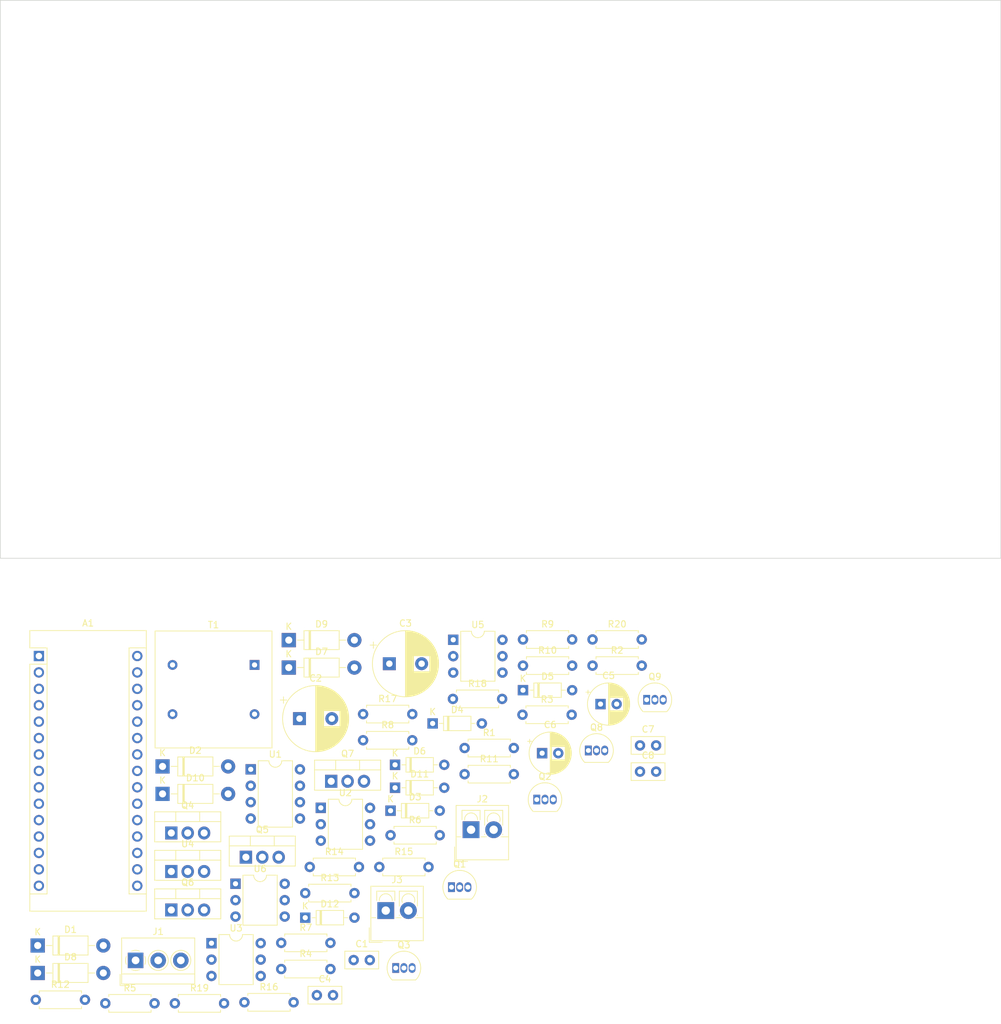
<source format=kicad_pcb>
(kicad_pcb (version 20211014) (generator pcbnew)
  (title_block (title "Puente_H_Fuente_AT_PCB") (date "2023-06-04") (rev "v1") (company "FaCENA-UNNE") (comment 1 "Tesis MIB: García Cabrera, Jeremías A.") (comment 2 "Dispositivo para relevamiento de umbrales de sensibilidad tactil"))
  (layers (0 "F.Cu" signal) (31 "B.Cu" signal) (34 "B.Paste" user) (35 "F.Paste" user) (36 "B.SilkS" user "B.Silkscreen") (37 "F.SilkS" user "F.Silkscreen") (38 "B.Mask" user) (39 "F.Mask" user) (44 "Edge.Cuts" user))
  (net 0 "")
  (net 4 "GND")
  (net 5 "/Puente_A")
  (net 6 "/Puente_B")
  (net 27 "+5V")
  (net 30 "Net-(C1-Pad1)")
  (net 31 "/+300v")
  (net 32 "/-300v")
  (net 33 "Net-(C4-Pad1)")
  (net 34 "Net-(C5-Pad1)")
  (net 35 "Net-(C5-Pad2)")
  (net 36 "/+24v")
  (net 37 "+12V")
  (net 38 "/+5v")
  (net 39 "/SECout")
  (net 40 "Net-(D5-Pad1)")
  (net 41 "Net-(D6-Pad1)")
  (net 42 "Net-(D6-Pad2)")
  (net 43 "Net-(D10-Pad1)")
  (net 44 "Net-(D11-Pad1)")
  (net 45 "Net-(D12-Pad1)")
  (net 46 "Net-(Q1-Pad1)")
  (net 47 "Net-(Q1-Pad2)")
  (net 48 "Net-(Q2-Pad1)")
  (net 49 "Net-(Q2-Pad2)")
  (net 50 "Net-(Q3-Pad2)")
  (net 51 "Net-(Q8-Pad1)")
  (net 52 "Net-(Q8-Pad2)")
  (net 53 "Net-(Q9-Pad1)")
  (net 54 "Net-(Q9-Pad2)")
  (net 55 "Net-(R1-Pad1)")
  (net 56 "Net-(R5-Pad2)")
  (net 57 "Net-(R6-Pad1)")
  (net 58 "Net-(R7-Pad1)")
  (net 59 "Net-(R9-Pad1)")
  (net 60 "Net-(R10-Pad1)")
  (net 61 "Net-(R15-Pad1)")
  (net 62 "Net-(R16-Pad1)")
  (net 63 "Net-(R17-Pad2)")
  (net 64 "Net-(R18-Pad2)")
  (footprint "Diode_THT:D_DO-35_SOD27_P7.62mm_Horizontal" (layer "F.Cu") (at 94.89 139.87)
    (fp_text reference "D4" (at 3.81 -2.12) (layer "F.SilkS"))
    (fp_text value "1N4148")
    (fp_text user "K" (at 0 -1.8) (layer "F.SilkS"))
    (pad "1" thru_hole rect (at 0 0) (size 1.6 1.6) (drill 0.8) (layers *.Cu *.Mask) (net 36 "/+24v"))
    (pad "2" thru_hole oval (at 7.62 0) (size 1.6 1.6) (drill 0.8) (layers *.Cu *.Mask) (net 34 "Net-(C5-Pad1)"))
  )
  (footprint "Resistor_THT:R_Axial_DIN0207_L6.3mm_D2.5mm_P7.62mm_Horizontal" (layer "F.Cu") (at 99.84 147.72)
    (fp_text reference "R11" (at 3.81 -2.37) (layer "F.SilkS"))
    (fp_text value "R")
    (pad "1" thru_hole circle (at 0 0) (size 1.6 1.6) (drill 0.8) (layers *.Cu *.Mask) (net 40 "Net-(D5-Pad1)"))
    (pad "2" thru_hole oval (at 7.62 0) (size 1.6 1.6) (drill 0.8) (layers *.Cu *.Mask) (net 4 "GND"))
  )
  (footprint "Resistor_THT:R_Axial_DIN0207_L6.3mm_D2.5mm_P7.62mm_Horizontal" (layer "F.Cu") (at 88.37 157.17)
    (fp_text reference "R6" (at 3.81 -2.37) (layer "F.SilkS"))
    (fp_text value "R")
    (pad "1" thru_hole circle (at 0 0) (size 1.6 1.6) (drill 0.8) (layers *.Cu *.Mask) (net 57 "Net-(R6-Pad1)"))
    (pad "2" thru_hole oval (at 7.62 0) (size 1.6 1.6) (drill 0.8) (layers *.Cu *.Mask) (net 46 "Net-(Q1-Pad1)"))
  )
  (footprint "Diode_THT:D_DO-35_SOD27_P7.62mm_Horizontal" (layer "F.Cu") (at 89.07 146.27)
    (fp_text reference "D6" (at 3.81 -2.12) (layer "F.SilkS"))
    (fp_text value "1N53xxB")
    (fp_text user "K" (at 0 -1.8) (layer "F.SilkS"))
    (pad "1" thru_hole rect (at 0 0) (size 1.6 1.6) (drill 0.8) (layers *.Cu *.Mask) (net 41 "Net-(D6-Pad1)"))
    (pad "2" thru_hole oval (at 7.62 0) (size 1.6 1.6) (drill 0.8) (layers *.Cu *.Mask) (net 42 "Net-(D6-Pad2)"))
  )
  (footprint "Package_DIP:DIP-6_W7.62mm" (layer "F.Cu") (at 60.64 173.88)
    (fp_text reference "U3" (at 3.81 -2.33) (layer "F.SilkS"))
    (fp_text value "4N27")
    (pad "1" thru_hole rect (at 0 0) (size 1.6 1.6) (drill 0.8) (layers *.Cu *.Mask) (net 27 "+5V"))
    (pad "2" thru_hole oval (at 0 2.54) (size 1.6 1.6) (drill 0.8) (layers *.Cu *.Mask) (net 58 "Net-(R7-Pad1)"))
    (pad "3" thru_hole oval (at 0 5.08) (size 1.6 1.6) (drill 0.8) (layers *.Cu *.Mask))
    (pad "4" thru_hole oval (at 7.62 5.08) (size 1.6 1.6) (drill 0.8) (layers *.Cu *.Mask) (net 40 "Net-(D5-Pad1)"))
    (pad "5" thru_hole oval (at 7.62 2.54) (size 1.6 1.6) (drill 0.8) (layers *.Cu *.Mask) (net 59 "Net-(R9-Pad1)"))
    (pad "6" thru_hole oval (at 7.62 0) (size 1.6 1.6) (drill 0.8) (layers *.Cu *.Mask))
  )
  (footprint "Package_TO_SOT_THT:TO-92_Inline" (layer "F.Cu") (at 89.17 177.72)
    (fp_text reference "Q3" (at 1.27 -3.56) (layer "F.SilkS"))
    (fp_text value "BC337")
    (pad "1" thru_hole rect (at 0 0) (size 1.05 1.5) (drill 0.75) (layers *.Cu *.Mask) (net 35 "Net-(C5-Pad2)"))
    (pad "2" thru_hole oval (at 1.27 0) (size 1.05 1.5) (drill 0.75) (layers *.Cu *.Mask) (net 50 "Net-(Q3-Pad2)"))
    (pad "3" thru_hole oval (at 2.54 0) (size 1.05 1.5) (drill 0.75) (layers *.Cu *.Mask) (net 4 "GND"))
  )
  (footprint "Package_DIP:DIP-6_W7.62mm" (layer "F.Cu") (at 98.08 126.92)
    (fp_text reference "U5" (at 3.81 -2.33) (layer "F.SilkS"))
    (fp_text value "4N27")
    (pad "1" thru_hole rect (at 0 0) (size 1.6 1.6) (drill 0.8) (layers *.Cu *.Mask) (net 27 "+5V"))
    (pad "2" thru_hole oval (at 0 2.54) (size 1.6 1.6) (drill 0.8) (layers *.Cu *.Mask) (net 63 "Net-(R17-Pad2)"))
    (pad "3" thru_hole oval (at 0 5.08) (size 1.6 1.6) (drill 0.8) (layers *.Cu *.Mask))
    (pad "4" thru_hole oval (at 7.62 5.08) (size 1.6 1.6) (drill 0.8) (layers *.Cu *.Mask) (net 45 "Net-(D12-Pad1)"))
    (pad "5" thru_hole oval (at 7.62 2.54) (size 1.6 1.6) (drill 0.8) (layers *.Cu *.Mask) (net 62 "Net-(R16-Pad1)"))
    (pad "6" thru_hole oval (at 7.62 0) (size 1.6 1.6) (drill 0.8) (layers *.Cu *.Mask))
  )
  (footprint "Diode_THT:D_DO-41_SOD81_P10.16mm_Horizontal" (layer "F.Cu") (at 33.73 174.24)
    (fp_text reference "D1" (at 5.08 -2.47) (layer "F.SilkS"))
    (fp_text value "1N4007")
    (fp_text user "K" (at 0 -2.1) (layer "F.SilkS"))
    (pad "1" thru_hole rect (at 0 0) (size 2.2 2.2) (drill 1.1) (layers *.Cu *.Mask) (net 31 "/+300v"))
    (pad "2" thru_hole oval (at 10.16 0) (size 2.2 2.2) (drill 1.1) (layers *.Cu *.Mask) (net 39 "/SECout"))
  )
  (footprint "Diode_THT:D_DO-35_SOD27_P7.62mm_Horizontal" (layer "F.Cu") (at 75.16 169.93)
    (fp_text reference "D12" (at 3.81 -2.12) (layer "F.SilkS"))
    (fp_text value "1N53xxB")
    (fp_text user "K" (at 0 -1.8) (layer "F.SilkS"))
    (pad "1" thru_hole rect (at 0 0) (size 1.6 1.6) (drill 0.8) (layers *.Cu *.Mask) (net 45 "Net-(D12-Pad1)"))
    (pad "2" thru_hole oval (at 7.62 0) (size 1.6 1.6) (drill 0.8) (layers *.Cu *.Mask) (net 4 "GND"))
  )
  (footprint "Capacitor_THT:CP_Radial_D10.0mm_P5.00mm" (layer "F.Cu") (at 88.184646 130.62)
    (fp_text reference "C3" (at 2.5 -6.25) (layer "F.SilkS"))
    (fp_text value "100uF")
    (pad "1" thru_hole rect (at 0 0) (size 2 2) (drill 1) (layers *.Cu *.Mask) (net 4 "GND"))
    (pad "2" thru_hole circle (at 5 0) (size 2 2) (drill 1) (layers *.Cu *.Mask) (net 32 "/-300v"))
  )
  (footprint "Diode_THT:D_DO-35_SOD27_P7.62mm_Horizontal" (layer "F.Cu") (at 88.37 153.37)
    (fp_text reference "D3" (at 3.81 -2.12) (layer "F.SilkS"))
    (fp_text value "1N4148")
    (fp_text user "K" (at 0 -1.8) (layer "F.SilkS"))
    (pad "1" thru_hole rect (at 0 0) (size 1.6 1.6) (drill 0.8) (layers *.Cu *.Mask) (net 34 "Net-(C5-Pad1)"))
    (pad "2" thru_hole oval (at 7.62 0) (size 1.6 1.6) (drill 0.8) (layers *.Cu *.Mask) (net 37 "+12V"))
  )
  (footprint "Resistor_THT:R_Axial_DIN0207_L6.3mm_D2.5mm_P7.62mm_Horizontal" (layer "F.Cu") (at 71.44 177.88)
    (fp_text reference "R4" (at 3.81 -2.37) (layer "F.SilkS"))
    (fp_text value "6.8k")
    (pad "1" thru_hole circle (at 0 0) (size 1.6 1.6) (drill 0.8) (layers *.Cu *.Mask) (net 33 "Net-(C4-Pad1)"))
    (pad "2" thru_hole oval (at 7.62 0) (size 1.6 1.6) (drill 0.8) (layers *.Cu *.Mask) (net 55 "Net-(R1-Pad1)"))
  )
  (footprint "Resistor_THT:R_Axial_DIN0207_L6.3mm_D2.5mm_P7.62mm_Horizontal" (layer "F.Cu") (at 108.8 138.52)
    (fp_text reference "R3" (at 3.81 -2.37) (layer "F.SilkS"))
    (fp_text value "R")
    (pad "1" thru_hole circle (at 0 0) (size 1.6 1.6) (drill 0.8) (layers *.Cu *.Mask) (net 5 "/Puente_A"))
    (pad "2" thru_hole oval (at 7.62 0) (size 1.6 1.6) (drill 0.8) (layers *.Cu *.Mask) (net 49 "Net-(Q2-Pad2)"))
  )
  (footprint "Package_DIP:DIP-8_W7.62mm" (layer "F.Cu") (at 66.72 146.97)
    (fp_text reference "U1" (at 3.81 -2.33) (layer "F.SilkS"))
    (fp_text value "NA555P")
    (pad "1" thru_hole rect (at 0 0) (size 1.6 1.6) (drill 0.8) (layers *.Cu *.Mask) (net 4 "GND"))
    (pad "2" thru_hole oval (at 0 2.54) (size 1.6 1.6) (drill 0.8) (layers *.Cu *.Mask) (net 33 "Net-(C4-Pad1)"))
    (pad "3" thru_hole oval (at 0 5.08) (size 1.6 1.6) (drill 0.8) (layers *.Cu *.Mask) (net 56 "Net-(R5-Pad2)"))
    (pad "4" thru_hole oval (at 0 7.62) (size 1.6 1.6) (drill 0.8) (layers *.Cu *.Mask) (net 37 "+12V"))
    (pad "5" thru_hole oval (at 7.62 7.62) (size 1.6 1.6) (drill 0.8) (layers *.Cu *.Mask) (net 30 "Net-(C1-Pad1)"))
    (pad "6" thru_hole oval (at 7.62 5.08) (size 1.6 1.6) (drill 0.8) (layers *.Cu *.Mask) (net 33 "Net-(C4-Pad1)"))
    (pad "7" thru_hole oval (at 7.62 2.54) (size 1.6 1.6) (drill 0.8) (layers *.Cu *.Mask) (net 55 "Net-(R1-Pad1)"))
    (pad "8" thru_hole oval (at 7.62 0) (size 1.6 1.6) (drill 0.8) (layers *.Cu *.Mask) (net 37 "+12V"))
  )
  (footprint "Module:Arduino_Nano" (layer "F.Cu") (at 33.91 129.43)
    (fp_text reference "A1" (at 7.62 -5.08) (layer "F.SilkS"))
    (fp_text value "Arduino_Nano_v3.x")
    (pad "1" thru_hole rect (at 0 0) (size 1.6 1.6) (drill 1) (layers *.Cu *.Mask))
    (pad "2" thru_hole oval (at 0 2.54) (size 1.6 1.6) (drill 1) (layers *.Cu *.Mask))
    (pad "3" thru_hole oval (at 0 5.08) (size 1.6 1.6) (drill 1) (layers *.Cu *.Mask))
    (pad "4" thru_hole oval (at 0 7.62) (size 1.6 1.6) (drill 1) (layers *.Cu *.Mask) (net 4 "GND"))
    (pad "5" thru_hole oval (at 0 10.16) (size 1.6 1.6) (drill 1) (layers *.Cu *.Mask) (net 5 "/Puente_A"))
    (pad "6" thru_hole oval (at 0 12.7) (size 1.6 1.6) (drill 1) (layers *.Cu *.Mask) (net 6 "/Puente_B"))
    (pad "7" thru_hole oval (at 0 15.24) (size 1.6 1.6) (drill 1) (layers *.Cu *.Mask))
    (pad "8" thru_hole oval (at 0 17.78) (size 1.6 1.6) (drill 1) (layers *.Cu *.Mask))
    (pad "9" thru_hole oval (at 0 20.32) (size 1.6 1.6) (drill 1) (layers *.Cu *.Mask))
    (pad "10" thru_hole oval (at 0 22.86) (size 1.6 1.6) (drill 1) (layers *.Cu *.Mask))
    (pad "11" thru_hole oval (at 0 25.4) (size 1.6 1.6) (drill 1) (layers *.Cu *.Mask))
    (pad "12" thru_hole oval (at 0 27.94) (size 1.6 1.6) (drill 1) (layers *.Cu *.Mask))
    (pad "13" thru_hole oval (at 0 30.48) (size 1.6 1.6) (drill 1) (layers *.Cu *.Mask))
    (pad "14" thru_hole oval (at 0 33.02) (size 1.6 1.6) (drill 1) (layers *.Cu *.Mask))
    (pad "15" thru_hole oval (at 0 35.56) (size 1.6 1.6) (drill 1) (layers *.Cu *.Mask))
    (pad "16" thru_hole oval (at 15.24 35.56) (size 1.6 1.6) (drill 1) (layers *.Cu *.Mask))
    (pad "17" thru_hole oval (at 15.24 33.02) (size 1.6 1.6) (drill 1) (layers *.Cu *.Mask))
    (pad "18" thru_hole oval (at 15.24 30.48) (size 1.6 1.6) (drill 1) (layers *.Cu *.Mask))
    (pad "19" thru_hole oval (at 15.24 27.94) (size 1.6 1.6) (drill 1) (layers *.Cu *.Mask))
    (pad "20" thru_hole oval (at 15.24 25.4) (size 1.6 1.6) (drill 1) (layers *.Cu *.Mask))
    (pad "21" thru_hole oval (at 15.24 22.86) (size 1.6 1.6) (drill 1) (layers *.Cu *.Mask))
    (pad "22" thru_hole oval (at 15.24 20.32) (size 1.6 1.6) (drill 1) (layers *.Cu *.Mask))
    (pad "23" thru_hole oval (at 15.24 17.78) (size 1.6 1.6) (drill 1) (layers *.Cu *.Mask))
    (pad "24" thru_hole oval (at 15.24 15.24) (size 1.6 1.6) (drill 1) (layers *.Cu *.Mask))
    (pad "25" thru_hole oval (at 15.24 12.7) (size 1.6 1.6) (drill 1) (layers *.Cu *.Mask))
    (pad "26" thru_hole oval (at 15.24 10.16) (size 1.6 1.6) (drill 1) (layers *.Cu *.Mask))
    (pad "27" thru_hole oval (at 15.24 7.62) (size 1.6 1.6) (drill 1) (layers *.Cu *.Mask) (net 27 "+5V"))
    (pad "28" thru_hole oval (at 15.24 5.08) (size 1.6 1.6) (drill 1) (layers *.Cu *.Mask))
    (pad "29" thru_hole oval (at 15.24 2.54) (size 1.6 1.6) (drill 1) (layers *.Cu *.Mask) (net 4 "GND"))
    (pad "30" thru_hole oval (at 15.24 0) (size 1.6 1.6) (drill 1) (layers *.Cu *.Mask))
  )
  (footprint "Capacitor_THT:CP_Radial_D10.0mm_P5.00mm" (layer "F.Cu") (at 74.274646 139.12)
    (fp_text reference "C2" (at 2.5 -6.25) (layer "F.SilkS"))
    (fp_text value "100uF")
    (pad "1" thru_hole rect (at 0 0) (size 2 2) (drill 1) (layers *.Cu *.Mask) (net 31 "/+300v"))
    (pad "2" thru_hole circle (at 5 0) (size 2 2) (drill 1) (layers *.Cu *.Mask) (net 4 "GND"))
  )
  (footprint "Resistor_THT:R_Axial_DIN0207_L6.3mm_D2.5mm_P7.62mm_Horizontal" (layer "F.Cu") (at 98.03 136.07)
    (fp_text reference "R18" (at 3.81 -2.37) (layer "F.SilkS"))
    (fp_text value "R")
    (pad "1" thru_hole circle (at 0 0) (size 1.6 1.6) (drill 0.8) (layers *.Cu *.Mask) (net 53 "Net-(Q9-Pad1)"))
    (pad "2" thru_hole oval (at 7.62 0) (size 1.6 1.6) (drill 0.8) (layers *.Cu *.Mask) (net 64 "Net-(R18-Pad2)"))
  )
  (footprint "Resistor_THT:R_Axial_DIN0207_L6.3mm_D2.5mm_P7.62mm_Horizontal" (layer "F.Cu") (at 71.44 173.83)
    (fp_text reference "R7" (at 3.81 -2.37) (layer "F.SilkS"))
    (fp_text value "R")
    (pad "1" thru_hole circle (at 0 0) (size 1.6 1.6) (drill 0.8) (layers *.Cu *.Mask) (net 58 "Net-(R7-Pad1)"))
    (pad "2" thru_hole oval (at 7.62 0) (size 1.6 1.6) (drill 0.8) (layers *.Cu *.Mask) (net 48 "Net-(Q2-Pad1)"))
  )
  (footprint "Resistor_THT:R_Axial_DIN0207_L6.3mm_D2.5mm_P7.62mm_Horizontal" (layer "F.Cu") (at 119.65 130.92)
    (fp_text reference "R2" (at 3.81 -2.37) (layer "F.SilkS"))
    (fp_text value "R")
    (pad "1" thru_hole circle (at 0 0) (size 1.6 1.6) (drill 0.8) (layers *.Cu *.Mask) (net 6 "/Puente_B"))
    (pad "2" thru_hole oval (at 7.62 0) (size 1.6 1.6) (drill 0.8) (layers *.Cu *.Mask) (net 47 "Net-(Q1-Pad2)"))
  )
  (footprint "Resistor_THT:R_Axial_DIN0207_L6.3mm_D2.5mm_P7.62mm_Horizontal" (layer "F.Cu") (at 75.16 166.13)
    (fp_text reference "R13" (at 3.81 -2.37) (layer "F.SilkS"))
    (fp_text value "R")
    (pad "1" thru_hole circle (at 0 0) (size 1.6 1.6) (drill 0.8) (layers *.Cu *.Mask) (net 43 "Net-(D10-Pad1)"))
    (pad "2" thru_hole oval (at 7.62 0) (size 1.6 1.6) (drill 0.8) (layers *.Cu *.Mask) (net 44 "Net-(D11-Pad1)"))
  )
  (footprint "Resistor_THT:R_Axial_DIN0207_L6.3mm_D2.5mm_P7.62mm_Horizontal" (layer "F.Cu") (at 75.86 162.08)
    (fp_text reference "R14" (at 3.81 -2.37) (layer "F.SilkS"))
    (fp_text value "R")
    (pad "1" thru_hole circle (at 0 0) (size 1.6 1.6) (drill 0.8) (layers *.Cu *.Mask) (net 4 "GND"))
    (pad "2" thru_hole oval (at 7.62 0) (size 1.6 1.6) (drill 0.8) (layers *.Cu *.Mask) (net 45 "Net-(D12-Pad1)"))
  )
  (footprint "TerminalBlock_4Ucon:TerminalBlock_4Ucon_1x02_P3.50mm_Vertical" (layer "F.Cu") (at 87.63 168.83)
    (fp_text reference "J3" (at 1.75 -4.76) (layer "F.SilkS"))
    (fp_text value "Screw_Terminal_01x02")
    (pad "1" thru_hole rect (at 0 0) (size 2.6 2.6) (drill 1.3) (layers *.Cu *.Mask) (net 38 "/+5v"))
    (pad "2" thru_hole circle (at 3.5 0) (size 2.6 2.6) (drill 1.3) (layers *.Cu *.Mask) (net 4 "GND"))
  )
  (footprint "Package_TO_SOT_THT:TO-92_Inline" (layer "F.Cu") (at 111.02 151.65)
    (fp_text reference "Q2" (at 1.27 -3.56) (layer "F.SilkS"))
    (fp_text value "BC547")
    (pad "1" thru_hole rect (at 0 0) (size 1.05 1.5) (drill 0.75) (layers *.Cu *.Mask) (net 48 "Net-(Q2-Pad1)"))
    (pad "2" thru_hole oval (at 1.27 0) (size 1.05 1.5) (drill 0.75) (layers *.Cu *.Mask) (net 49 "Net-(Q2-Pad2)"))
    (pad "3" thru_hole oval (at 2.54 0) (size 1.05 1.5) (drill 0.75) (layers *.Cu *.Mask) (net 4 "GND"))
  )
  (footprint "Package_TO_SOT_THT:TO-220-3_Vertical" (layer "F.Cu") (at 79.18 148.82)
    (fp_text reference "Q7" (at 2.54 -4.27) (layer "F.SilkS"))
    (fp_text value "IRF3205")
    (pad "1" thru_hole rect (at 0 0) (size 1.905 2) (drill 1.1) (layers *.Cu *.Mask) (net 45 "Net-(D12-Pad1)"))
    (pad "2" thru_hole oval (at 2.54 0) (size 1.905 2) (drill 1.1) (layers *.Cu *.Mask) (net 43 "Net-(D10-Pad1)"))
    (pad "3" thru_hole oval (at 5.08 0) (size 1.905 2) (drill 1.1) (layers *.Cu *.Mask) (net 4 "GND"))
  )
  (footprint "Resistor_THT:R_Axial_DIN0207_L6.3mm_D2.5mm_P7.62mm_Horizontal" (layer "F.Cu") (at 108.88 130.92)
    (fp_text reference "R10" (at 3.81 -2.37) (layer "F.SilkS"))
    (fp_text value "R")
    (pad "1" thru_hole circle (at 0 0) (size 1.6 1.6) (drill 0.8) (layers *.Cu *.Mask) (net 60 "Net-(R10-Pad1)"))
    (pad "2" thru_hole oval (at 7.62 0) (size 1.6 1.6) (drill 0.8) (layers *.Cu *.Mask) (net 36 "/+24v"))
  )
  (footprint "Resistor_THT:R_Axial_DIN0207_L6.3mm_D2.5mm_P7.62mm_Horizontal" (layer "F.Cu") (at 99.84 143.67)
    (fp_text reference "R1" (at 3.81 -2.37) (layer "F.SilkS"))
    (fp_text value "2.2k")
    (pad "1" thru_hole circle (at 0 0) (size 1.6 1.6) (drill 0.8) (layers *.Cu *.Mask) (net 55 "Net-(R1-Pad1)"))
    (pad "2" thru_hole oval (at 7.62 0) (size 1.6 1.6) (drill 0.8) (layers *.Cu *.Mask) (net 37 "+12V"))
  )
  (footprint "Diode_THT:D_DO-35_SOD27_P7.62mm_Horizontal" (layer "F.Cu") (at 108.88 134.72)
    (fp_text reference "D5" (at 3.81 -2.12) (layer "F.SilkS"))
    (fp_text value "1N53xxB")
    (fp_text user "K" (at 0 -1.8) (layer "F.SilkS"))
    (pad "1" thru_hole rect (at 0 0) (size 1.6 1.6) (drill 0.8) (layers *.Cu *.Mask) (net 40 "Net-(D5-Pad1)"))
    (pad "2" thru_hole oval (at 7.62 0) (size 1.6 1.6) (drill 0.8) (layers *.Cu *.Mask) (net 4 "GND"))
  )
  (footprint "Diode_THT:D_DO-41_SOD81_P10.16mm_Horizontal" (layer "F.Cu") (at 33.73 178.49)
    (fp_text reference "D8" (at 5.08 -2.47) (layer "F.SilkS"))
    (fp_text value "1N4007")
    (fp_text user "K" (at 0 -2.1) (layer "F.SilkS"))
    (pad "1" thru_hole rect (at 0 0) (size 2.2 2.2) (drill 1.1) (layers *.Cu *.Mask) (net 42 "Net-(D6-Pad2)"))
    (pad "2" thru_hole oval (at 10.16 0) (size 2.2 2.2) (drill 1.1) (layers *.Cu *.Mask) (net 4 "GND"))
  )
  (footprint "Resistor_THT:R_Axial_DIN0207_L6.3mm_D2.5mm_P7.62mm_Horizontal" (layer "F.Cu") (at 86.63 162.08)
    (fp_text reference "R15" (at 3.81 -2.37) (layer "F.SilkS"))
    (fp_text value "R")
    (pad "1" thru_hole circle (at 0 0) (size 1.6 1.6) (drill 0.8) (layers *.Cu *.Mask) (net 61 "Net-(R15-Pad1)"))
    (pad "2" thru_hole oval (at 7.62 0) (size 1.6 1.6) (drill 0.8) (layers *.Cu *.Mask) (net 36 "/+24v"))
  )
  (footprint "Diode_THT:D_DO-35_SOD27_P7.62mm_Horizontal" (layer "F.Cu") (at 89.07 149.82)
    (fp_text reference "D11" (at 3.81 -2.12) (layer "F.SilkS"))
    (fp_text value "1N53xxB")
    (fp_text user "K" (at 0 -1.8) (layer "F.SilkS"))
    (pad "1" thru_hole rect (at 0 0) (size 1.6 1.6) (drill 0.8) (layers *.Cu *.Mask) (net 44 "Net-(D11-Pad1)"))
    (pad "2" thru_hole oval (at 7.62 0) (size 1.6 1.6) (drill 0.8) (layers *.Cu *.Mask) (net 43 "Net-(D10-Pad1)"))
  )
  (footprint "TerminalBlock_4Ucon:TerminalBlock_4Ucon_1x03_P3.50mm_Horizontal" (layer "F.Cu") (at 48.89 176.54)
    (fp_text reference "J1" (at 3.5 -4.46) (layer "F.SilkS"))
    (fp_text value "Screw_Terminal_01x03")
    (pad "1" thru_hole rect (at 0 0) (size 2.4 2.4) (drill 1.2) (layers *.Cu *.Mask) (net 31 "/+300v"))
    (pad "2" thru_hole circle (at 3.5 0) (size 2.4 2.4) (drill 1.2) (layers *.Cu *.Mask) (net 4 "GND"))
    (pad "3" thru_hole circle (at 7 0) (size 2.4 2.4) (drill 1.2) (layers *.Cu *.Mask) (net 32 "/-300v"))
  )
  (footprint "TerminalBlock_4Ucon:TerminalBlock_4Ucon_1x02_P3.50mm_Vertical" (layer "F.Cu") (at 100.84 156.32)
    (fp_text reference "J2" (at 1.75 -4.76) (layer "F.SilkS"))
    (fp_text value "Screw_Terminal_01x02")
    (pad "1" thru_hole rect (at 0 0) (size 2.6 2.6) (drill 1.3) (layers *.Cu *.Mask) (net 37 "+12V"))
    (pad "2" thru_hole circle (at 3.5 0) (size 2.6 2.6) (drill 1.3) (layers *.Cu *.Mask) (net 4 "GND"))
  )
  (footprint "Package_TO_SOT_THT:TO-92_Inline" (layer "F.Cu") (at 128.04 136.2)
    (fp_text reference "Q9" (at 1.27 -3.56) (layer "F.SilkS"))
    (fp_text value "BC547")
    (pad "1" thru_hole rect (at 0 0) (size 1.05 1.5) (drill 0.75) (layers *.Cu *.Mask) (net 53 "Net-(Q9-Pad1)"))
    (pad "2" thru_hole oval (at 1.27 0) (size 1.05 1.5) (drill 0.75) (layers *.Cu *.Mask) (net 54 "Net-(Q9-Pad2)"))
    (pad "3" thru_hole oval (at 2.54 0) (size 1.05 1.5) (drill 0.75) (layers *.Cu *.Mask) (net 4 "GND"))
  )
  (footprint "Transformer_THT:Transformer_NF_ETAL_1-1_P1200" (layer "F.Cu") (at 67.31 130.81)
    (fp_text reference "T1" (at -6.35 -6.2) (layer "F.SilkS"))
    (fp_text value "Transformer_1P_1S")
    (pad "1" thru_hole rect (at 0 0) (size 1.52 1.52) (drill 0.81) (layers *.Cu *.Mask) (net 43 "Net-(D10-Pad1)"))
    (pad "3" thru_hole circle (at 0 7.62) (size 1.52 1.52) (drill 0.81) (layers *.Cu *.Mask) (net 4 "GND"))
    (pad "4" thru_hole circle (at -12.7 7.62) (size 1.52 1.52) (drill 0.81) (layers *.Cu *.Mask) (net 39 "/SECout"))
    (pad "6" thru_hole circle (at -12.7 0) (size 1.52 1.52) (drill 0.81) (layers *.Cu *.Mask))
  )
  (footprint "Diode_THT:D_DO-41_SOD81_P10.16mm_Horizontal" (layer "F.Cu") (at 72.61 126.97)
    (fp_text reference "D9" (at 5.08 -2.47) (layer "F.SilkS"))
    (fp_text value "1N4007")
    (fp_text user "K" (at 0 -2.1) (layer "F.SilkS"))
    (pad "1" thru_hole rect (at 0 0) (size 2.2 2.2) (drill 1.1) (layers *.Cu *.Mask) (net 37 "+12V"))
    (pad "2" thru_hole oval (at 10.16 0) (size 2.2 2.2) (drill 1.1) (layers *.Cu *.Mask) (net 43 "Net-(D10-Pad1)"))
  )
  (footprint "Diode_THT:D_DO-41_SOD81_P10.16mm_Horizontal" (layer "F.Cu") (at 53.06 150.77)
    (fp_text reference "D10" (at 5.08 -2.47) (layer "F.SilkS"))
    (fp_text value "1N4007")
    (fp_text user "K" (at 0 -2.1) (layer "F.SilkS"))
    (pad "1" thru_hole rect (at 0 0) (size 2.2 2.2) (drill 1.1) (layers *.Cu *.Mask) (net 43 "Net-(D10-Pad1)"))
    (pad "2" thru_hole oval (at 10.16 0) (size 2.2 2.2) (drill 1.1) (layers *.Cu *.Mask) (net 4 "GND"))
  )
  (footprint "Package_TO_SOT_THT:TO-92_Inline" (layer "F.Cu") (at 119 144.05)
    (fp_text reference "Q8" (at 1.27 -3.56) (layer "F.SilkS"))
    (fp_text value "BC547")
    (pad "1" thru_hole rect (at 0 0) (size 1.05 1.5) (drill 0.75) (layers *.Cu *.Mask) (net 51 "Net-(Q8-Pad1)"))
    (pad "2" thru_hole oval (at 1.27 0) (size 1.05 1.5) (drill 0.75) (layers *.Cu *.Mask) (net 52 "Net-(Q8-Pad2)"))
    (pad "3" thru_hole oval (at 2.54 0) (size 1.05 1.5) (drill 0.75) (layers *.Cu *.Mask) (net 4 "GND"))
  )
  (footprint "Capacitor_THT:C_Disc_D5.0mm_W2.5mm_P2.50mm" (layer "F.Cu") (at 127 147.32)
    (fp_text reference "C8" (at 1.25 -2.5) (layer "F.SilkS"))
    (fp_text value "100nF")
    (pad "1" thru_hole circle (at 0 0) (size 1.6 1.6) (drill 0.8) (layers *.Cu *.Mask) (net 38 "/+5v"))
    (pad "2" thru_hole circle (at 2.5 0) (size 1.6 1.6) (drill 0.8) (layers *.Cu *.Mask) (net 4 "GND"))
  )
  (footprint "Capacitor_THT:CP_Radial_D6.3mm_P2.50mm" (layer "F.Cu") (at 111.845241 144.47)
    (fp_text reference "C6" (at 1.25 -4.4) (layer "F.SilkS"))
    (fp_text value "100uF")
    (pad "1" thru_hole rect (at 0 0) (size 1.6 1.6) (drill 0.8) (layers *.Cu *.Mask) (net 36 "/+24v"))
    (pad "2" thru_hole circle (at 2.5 0) (size 1.6 1.6) (drill 0.8) (layers *.Cu *.Mask) (net 4 "GND"))
  )
  (footprint "Package_TO_SOT_THT:TO-220-3_Vertical" (layer "F.Cu") (at 54.42 168.74)
    (fp_text reference "Q6" (at 2.54 -4.27) (layer "F.SilkS"))
    (fp_text value "IRF3205")
    (pad "1" thru_hole rect (at 0 0) (size 1.905 2) (drill 1.1) (layers *.Cu *.Mask) (net 44 "Net-(D11-Pad1)"))
    (pad "2" thru_hole oval (at 2.54 0) (size 1.905 2) (drill 1.1) (layers *.Cu *.Mask) (net 37 "+12V"))
    (pad "3" thru_hole oval (at 5.08 0) (size 1.905 2) (drill 1.1) (layers *.Cu *.Mask) (net 43 "Net-(D10-Pad1)"))
  )
  (footprint "Resistor_THT:R_Axial_DIN0207_L6.3mm_D2.5mm_P7.62mm_Horizontal" (layer "F.Cu") (at 65.74 183.03)
    (fp_text reference "R16" (at 3.81 -2.37) (layer "F.SilkS"))
    (fp_text value "R")
    (pad "1" thru_hole circle (at 0 0) (size 1.6 1.6) (drill 0.8) (layers *.Cu *.Mask) (net 62 "Net-(R16-Pad1)"))
    (pad "2" thru_hole oval (at 7.62 0) (size 1.6 1.6) (drill 0.8) (layers *.Cu *.Mask) (net 37 "+12V"))
  )
  (footprint "Package_DIP:DIP-6_W7.62mm" (layer "F.Cu") (at 64.36 164.68)
    (fp_text reference "U6" (at 3.81 -2.33) (layer "F.SilkS"))
    (fp_text value "4N27")
    (pad "1" thru_hole rect (at 0 0) (size 1.6 1.6) (drill 0.8) (layers *.Cu *.Mask) (net 27 "+5V"))
    (pad "2" thru_hole oval (at 0 2.54) (size 1.6 1.6) (drill 0.8) (layers *.Cu *.Mask) (net 64 "Net-(R18-Pad2)"))
    (pad "3" thru_hole oval (at 0 5.08) (size 1.6 1.6) (drill 0.8) (layers *.Cu *.Mask))
    (pad "4" thru_hole oval (at 7.62 5.08) (size 1.6 1.6) (drill 0.8) (layers *.Cu *.Mask) (net 44 "Net-(D11-Pad1)"))
    (pad "5" thru_hole oval (at 7.62 2.54) (size 1.6 1.6) (drill 0.8) (layers *.Cu *.Mask) (net 61 "Net-(R15-Pad1)"))
    (pad "6" thru_hole oval (at 7.62 0) (size 1.6 1.6) (drill 0.8) (layers *.Cu *.Mask))
  )
  (footprint "Resistor_THT:R_Axial_DIN0207_L6.3mm_D2.5mm_P7.62mm_Horizontal" (layer "F.Cu") (at 108.88 126.87)
    (fp_text reference "R9" (at 3.81 -2.37) (layer "F.SilkS"))
    (fp_text value "R")
    (pad "1" thru_hole circle (at 0 0) (size 1.6 1.6) (drill 0.8) (layers *.Cu *.Mask) (net 59 "Net-(R9-Pad1)"))
    (pad "2" thru_hole oval (at 7.62 0) (size 1.6 1.6) (drill 0.8) (layers *.Cu *.Mask) (net 37 "+12V"))
  )
  (footprint "Resistor_THT:R_Axial_DIN0207_L6.3mm_D2.5mm_P7.62mm_Horizontal" (layer "F.Cu") (at 54.97 183.19)
    (fp_text reference "R19" (at 3.81 -2.37) (layer "F.SilkS"))
    (fp_text value "R")
    (pad "1" thru_hole circle (at 0 0) (size 1.6 1.6) (drill 0.8) (layers *.Cu *.Mask) (net 52 "Net-(Q8-Pad2)"))
    (pad "2" thru_hole oval (at 7.62 0) (size 1.6 1.6) (drill 0.8) (layers *.Cu *.Mask) (net 6 "/Puente_B"))
  )
  (footprint "Capacitor_THT:CP_Radial_D6.3mm_P2.50mm" (layer "F.Cu") (at 120.885241 136.87)
    (fp_text reference "C5" (at 1.25 -4.4) (layer "F.SilkS"))
    (fp_text value "10uF")
    (pad "1" thru_hole rect (at 0 0) (size 1.6 1.6) (drill 0.8) (layers *.Cu *.Mask) (net 34 "Net-(C5-Pad1)"))
    (pad "2" thru_hole circle (at 2.5 0) (size 1.6 1.6) (drill 0.8) (layers *.Cu *.Mask) (net 35 "Net-(C5-Pad2)"))
  )
  (footprint "Package_DIP:DIP-6_W7.62mm" (layer "F.Cu") (at 77.57 152.93)
    (fp_text reference "U2" (at 3.81 -2.33) (layer "F.SilkS"))
    (fp_text value "4N27")
    (pad "1" thru_hole rect (at 0 0) (size 1.6 1.6) (drill 0.8) (layers *.Cu *.Mask) (net 27 "+5V"))
    (pad "2" thru_hole oval (at 0 2.54) (size 1.6 1.6) (drill 0.8) (layers *.Cu *.Mask) (net 57 "Net-(R6-Pad1)"))
    (pad "3" thru_hole oval (at 0 5.08) (size 1.6 1.6) (drill 0.8) (layers *.Cu *.Mask))
    (pad "4" thru_hole oval (at 7.62 5.08) (size 1.6 1.6) (drill 0.8) (layers *.Cu *.Mask) (net 41 "Net-(D6-Pad1)"))
    (pad "5" thru_hole oval (at 7.62 2.54) (size 1.6 1.6) (drill 0.8) (layers *.Cu *.Mask) (net 60 "Net-(R10-Pad1)"))
    (pad "6" thru_hole oval (at 7.62 0) (size 1.6 1.6) (drill 0.8) (layers *.Cu *.Mask))
  )
  (footprint "Package_TO_SOT_THT:TO-220-3_Vertical" (layer "F.Cu") (at 54.42 162.78)
    (fp_text reference "U4" (at 2.54 -4.27) (layer "F.SilkS"))
    (fp_text value "LM7805_TO220")
    (pad "1" thru_hole rect (at 0 0) (size 1.905 2) (drill 1.1) (layers *.Cu *.Mask) (net 37 "+12V"))
    (pad "2" thru_hole oval (at 2.54 0) (size 1.905 2) (drill 1.1) (layers *.Cu *.Mask) (net 4 "GND"))
    (pad "3" thru_hole oval (at 5.08 0) (size 1.905 2) (drill 1.1) (layers *.Cu *.Mask) (net 38 "/+5v"))
  )
  (footprint "Package_TO_SOT_THT:TO-220-3_Vertical" (layer "F.Cu") (at 54.42 156.82)
    (fp_text reference "Q4" (at 2.54 -4.27) (layer "F.SilkS"))
    (fp_text value "IRF3205")
    (pad "1" thru_hole rect (at 0 0) (size 1.905 2) (drill 1.1) (layers *.Cu *.Mask) (net 41 "Net-(D6-Pad1)"))
    (pad "2" thru_hole oval (at 2.54 0) (size 1.905 2) (drill 1.1) (layers *.Cu *.Mask) (net 37 "+12V"))
    (pad "3" thru_hole oval (at 5.08 0) (size 1.905 2) (drill 1.1) (layers *.Cu *.Mask) (net 42 "Net-(D6-Pad2)"))
  )
  (footprint "Resistor_THT:R_Axial_DIN0207_L6.3mm_D2.5mm_P7.62mm_Horizontal" (layer "F.Cu") (at 33.43 182.64)
    (fp_text reference "R12" (at 3.81 -2.37) (layer "F.SilkS"))
    (fp_text value "R")
    (pad "1" thru_hole circle (at 0 0) (size 1.6 1.6) (drill 0.8) (layers *.Cu *.Mask) (net 41 "Net-(D6-Pad1)"))
    (pad "2" thru_hole oval (at 7.62 0) (size 1.6 1.6) (drill 0.8) (layers *.Cu *.Mask) (net 42 "Net-(D6-Pad2)"))
  )
  (footprint "Diode_THT:D_DO-41_SOD81_P10.16mm_Horizontal" (layer "F.Cu") (at 53.06 146.52)
    (fp_text reference "D2" (at 5.08 -2.47) (layer "F.SilkS"))
    (fp_text value "1N4007")
    (fp_text user "K" (at 0 -2.1) (layer "F.SilkS"))
    (pad "1" thru_hole rect (at 0 0) (size 2.2 2.2) (drill 1.1) (layers *.Cu *.Mask) (net 39 "/SECout"))
    (pad "2" thru_hole oval (at 10.16 0) (size 2.2 2.2) (drill 1.1) (layers *.Cu *.Mask) (net 32 "/-300v"))
  )
  (footprint "Package_TO_SOT_THT:TO-220-3_Vertical" (layer "F.Cu") (at 65.97 160.57)
    (fp_text reference "Q5" (at 2.54 -4.27) (layer "F.SilkS"))
    (fp_text value "IRF3205")
    (pad "1" thru_hole rect (at 0 0) (size 1.905 2) (drill 1.1) (layers *.Cu *.Mask) (net 40 "Net-(D5-Pad1)"))
    (pad "2" thru_hole oval (at 2.54 0) (size 1.905 2) (drill 1.1) (layers *.Cu *.Mask) (net 42 "Net-(D6-Pad2)"))
    (pad "3" thru_hole oval (at 5.08 0) (size 1.905 2) (drill 1.1) (layers *.Cu *.Mask) (net 4 "GND"))
  )
  (footprint "Diode_THT:D_DO-41_SOD81_P10.16mm_Horizontal" (layer "F.Cu") (at 72.61 131.22)
    (fp_text reference "D7" (at 5.08 -2.47) (layer "F.SilkS"))
    (fp_text value "1N4007")
    (fp_text user "K" (at 0 -2.1) (layer "F.SilkS"))
    (pad "1" thru_hole rect (at 0 0) (size 2.2 2.2) (drill 1.1) (layers *.Cu *.Mask) (net 37 "+12V"))
    (pad "2" thru_hole oval (at 10.16 0) (size 2.2 2.2) (drill 1.1) (layers *.Cu *.Mask) (net 42 "Net-(D6-Pad2)"))
  )
  (footprint "Resistor_THT:R_Axial_DIN0207_L6.3mm_D2.5mm_P7.62mm_Horizontal" (layer "F.Cu") (at 119.65 126.87)
    (fp_text reference "R20" (at 3.81 -2.37) (layer "F.SilkS"))
    (fp_text value "R")
    (pad "1" thru_hole circle (at 0 0) (size 1.6 1.6) (drill 0.8) (layers *.Cu *.Mask) (net 54 "Net-(Q9-Pad2)"))
    (pad "2" thru_hole oval (at 7.62 0) (size 1.6 1.6) (drill 0.8) (layers *.Cu *.Mask) (net 5 "/Puente_A"))
  )
  (footprint "Capacitor_THT:C_Disc_D5.0mm_W2.5mm_P2.50mm" (layer "F.Cu") (at 76.96 181.93)
    (fp_text reference "C4" (at 1.25 -2.5) (layer "F.SilkS"))
    (fp_text value "100nF")
    (pad "1" thru_hole circle (at 0 0) (size 1.6 1.6) (drill 0.8) (layers *.Cu *.Mask) (net 33 "Net-(C4-Pad1)"))
    (pad "2" thru_hole circle (at 2.5 0) (size 1.6 1.6) (drill 0.8) (layers *.Cu *.Mask) (net 4 "GND"))
  )
  (footprint "Resistor_THT:R_Axial_DIN0207_L6.3mm_D2.5mm_P7.62mm_Horizontal" (layer "F.Cu") (at 84.12 138.42)
    (fp_text reference "R17" (at 3.81 -2.37) (layer "F.SilkS"))
    (fp_text value "R")
    (pad "1" thru_hole circle (at 0 0) (size 1.6 1.6) (drill 0.8) (layers *.Cu *.Mask) (net 51 "Net-(Q8-Pad1)"))
    (pad "2" thru_hole oval (at 7.62 0) (size 1.6 1.6) (drill 0.8) (layers *.Cu *.Mask) (net 63 "Net-(R17-Pad2)"))
  )
  (footprint "Capacitor_THT:C_Disc_D5.0mm_W2.5mm_P2.50mm" (layer "F.Cu") (at 127 143.27)
    (fp_text reference "C7" (at 1.25 -2.5) (layer "F.SilkS"))
    (fp_text value "330nF")
    (pad "1" thru_hole circle (at 0 0) (size 1.6 1.6) (drill 0.8) (layers *.Cu *.Mask) (net 37 "+12V"))
    (pad "2" thru_hole circle (at 2.5 0) (size 1.6 1.6) (drill 0.8) (layers *.Cu *.Mask) (net 4 "GND"))
  )
  (footprint "Capacitor_THT:C_Disc_D5.0mm_W2.5mm_P2.50mm" (layer "F.Cu") (at 82.66 176.49)
    (fp_text reference "C1" (at 1.25 -2.5) (layer "F.SilkS"))
    (fp_text value "10nF")
    (pad "1" thru_hole circle (at 0 0) (size 1.6 1.6) (drill 0.8) (layers *.Cu *.Mask) (net 30 "Net-(C1-Pad1)"))
    (pad "2" thru_hole circle (at 2.5 0) (size 1.6 1.6) (drill 0.8) (layers *.Cu *.Mask) (net 4 "GND"))
  )
  (footprint "Resistor_THT:R_Axial_DIN0207_L6.3mm_D2.5mm_P7.62mm_Horizontal" (layer "F.Cu") (at 44.2 183.19)
    (fp_text reference "R5" (at 3.81 -2.37) (layer "F.SilkS"))
    (fp_text value "4.7k")
    (pad "1" thru_hole circle (at 0 0) (size 1.6 1.6) (drill 0.8) (layers *.Cu *.Mask) (net 50 "Net-(Q3-Pad2)"))
    (pad "2" thru_hole oval (at 7.62 0) (size 1.6 1.6) (drill 0.8) (layers *.Cu *.Mask) (net 56 "Net-(R5-Pad2)"))
  )
  (footprint "Package_TO_SOT_THT:TO-92_Inline" (layer "F.Cu") (at 97.81 165.21)
    (fp_text reference "Q1" (at 1.27 -3.56) (layer "F.SilkS"))
    (fp_text value "BC547")
    (pad "1" thru_hole rect (at 0 0) (size 1.05 1.5) (drill 0.75) (layers *.Cu *.Mask) (net 46 "Net-(Q1-Pad1)"))
    (pad "2" thru_hole oval (at 1.27 0) (size 1.05 1.5) (drill 0.75) (layers *.Cu *.Mask) (net 47 "Net-(Q1-Pad2)"))
    (pad "3" thru_hole oval (at 2.54 0) (size 1.05 1.5) (drill 0.75) (layers *.Cu *.Mask) (net 4 "GND"))
  )
  (footprint "Resistor_THT:R_Axial_DIN0207_L6.3mm_D2.5mm_P7.62mm_Horizontal" (layer "F.Cu") (at 84.12 142.47)
    (fp_text reference "R8" (at 3.81 -2.37) (layer "F.SilkS"))
    (fp_text value "330")
    (pad "1" thru_hole circle (at 0 0) (size 1.6 1.6) (drill 0.8) (layers *.Cu *.Mask) (net 37 "+12V"))
    (pad "2" thru_hole oval (at 7.62 0) (size 1.6 1.6) (drill 0.8) (layers *.Cu *.Mask) (net 35 "Net-(C5-Pad2)"))
  )
  (gr_rect (start 182.88 114.3) (end 27.94 27.94) (layer "Edge.Cuts") (width 0.1) (fill none))
)
</source>
